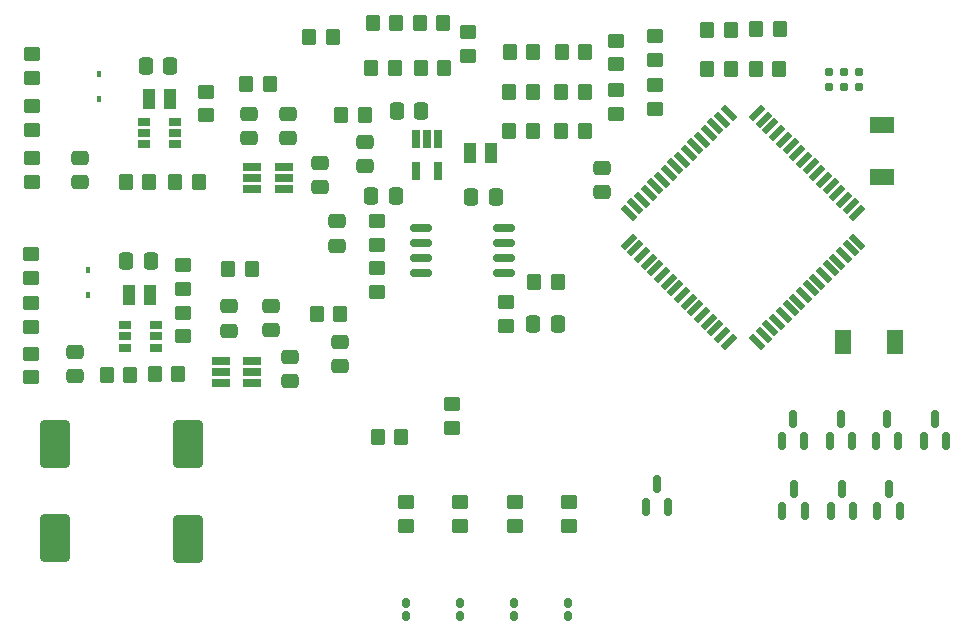
<source format=gbr>
%TF.GenerationSoftware,KiCad,Pcbnew,(6.0.10)*%
%TF.CreationDate,2023-01-06T10:16:34+00:00*%
%TF.ProjectId,test_board_boost,74657374-5f62-46f6-9172-645f626f6f73,rev?*%
%TF.SameCoordinates,Original*%
%TF.FileFunction,Paste,Top*%
%TF.FilePolarity,Positive*%
%FSLAX46Y46*%
G04 Gerber Fmt 4.6, Leading zero omitted, Abs format (unit mm)*
G04 Created by KiCad (PCBNEW (6.0.10)) date 2023-01-06 10:16:34*
%MOMM*%
%LPD*%
G01*
G04 APERTURE LIST*
G04 Aperture macros list*
%AMRoundRect*
0 Rectangle with rounded corners*
0 $1 Rounding radius*
0 $2 $3 $4 $5 $6 $7 $8 $9 X,Y pos of 4 corners*
0 Add a 4 corners polygon primitive as box body*
4,1,4,$2,$3,$4,$5,$6,$7,$8,$9,$2,$3,0*
0 Add four circle primitives for the rounded corners*
1,1,$1+$1,$2,$3*
1,1,$1+$1,$4,$5*
1,1,$1+$1,$6,$7*
1,1,$1+$1,$8,$9*
0 Add four rect primitives between the rounded corners*
20,1,$1+$1,$2,$3,$4,$5,0*
20,1,$1+$1,$4,$5,$6,$7,0*
20,1,$1+$1,$6,$7,$8,$9,0*
20,1,$1+$1,$8,$9,$2,$3,0*%
%AMRotRect*
0 Rectangle, with rotation*
0 The origin of the aperture is its center*
0 $1 length*
0 $2 width*
0 $3 Rotation angle, in degrees counterclockwise*
0 Add horizontal line*
21,1,$1,$2,0,0,$3*%
G04 Aperture macros list end*
%ADD10RoundRect,0.250000X-0.350000X-0.450000X0.350000X-0.450000X0.350000X0.450000X-0.350000X0.450000X0*%
%ADD11RoundRect,0.250000X0.450000X-0.350000X0.450000X0.350000X-0.450000X0.350000X-0.450000X-0.350000X0*%
%ADD12RoundRect,0.250000X-0.450000X0.350000X-0.450000X-0.350000X0.450000X-0.350000X0.450000X0.350000X0*%
%ADD13RoundRect,0.250000X0.337500X0.475000X-0.337500X0.475000X-0.337500X-0.475000X0.337500X-0.475000X0*%
%ADD14RoundRect,0.150000X0.150000X-0.587500X0.150000X0.587500X-0.150000X0.587500X-0.150000X-0.587500X0*%
%ADD15RoundRect,0.160000X0.160000X-0.222500X0.160000X0.222500X-0.160000X0.222500X-0.160000X-0.222500X0*%
%ADD16R,1.560000X0.650000*%
%ADD17RoundRect,0.250000X-0.337500X-0.475000X0.337500X-0.475000X0.337500X0.475000X-0.337500X0.475000X0*%
%ADD18RoundRect,0.250000X-0.475000X0.337500X-0.475000X-0.337500X0.475000X-0.337500X0.475000X0.337500X0*%
%ADD19RoundRect,0.250000X-1.000000X1.750000X-1.000000X-1.750000X1.000000X-1.750000X1.000000X1.750000X0*%
%ADD20R,0.450000X0.600000*%
%ADD21R,2.100000X1.400000*%
%ADD22R,1.020000X1.780000*%
%ADD23R,1.400000X2.100000*%
%ADD24RoundRect,0.250000X0.475000X-0.337500X0.475000X0.337500X-0.475000X0.337500X-0.475000X-0.337500X0*%
%ADD25R,0.650000X1.560000*%
%ADD26R,0.990000X0.690000*%
%ADD27RoundRect,0.150000X-0.800000X-0.150000X0.800000X-0.150000X0.800000X0.150000X-0.800000X0.150000X0*%
%ADD28C,0.787000*%
%ADD29RotRect,1.500000X0.550000X45.000000*%
%ADD30RotRect,1.500000X0.550000X315.000000*%
%ADD31RoundRect,0.250000X0.350000X0.450000X-0.350000X0.450000X-0.350000X-0.450000X0.350000X-0.450000X0*%
G04 APERTURE END LIST*
D10*
%TO.C,R34*%
X151405000Y-70910000D03*
X149405000Y-70910000D03*
%TD*%
D11*
%TO.C,R22*%
X121435000Y-83850000D03*
X121435000Y-85850000D03*
%TD*%
D12*
%TO.C,R39*%
X141665000Y-74710000D03*
X141665000Y-72710000D03*
%TD*%
D13*
%TO.C,C2*%
X101887500Y-70700000D03*
X103962500Y-70700000D03*
%TD*%
D10*
%TO.C,R9*%
X100555000Y-96822500D03*
X98555000Y-96822500D03*
%TD*%
D14*
%TO.C,D10*%
X165575000Y-102457500D03*
X163675000Y-102457500D03*
X164625000Y-100582500D03*
%TD*%
D12*
%TO.C,R11*%
X92215000Y-76110000D03*
X92215000Y-74110000D03*
%TD*%
D11*
%TO.C,R21*%
X132385000Y-90680000D03*
X132385000Y-92680000D03*
%TD*%
D10*
%TO.C,R44*%
X134665000Y-76230000D03*
X132665000Y-76230000D03*
%TD*%
%TO.C,R40*%
X134685000Y-69480000D03*
X132685000Y-69480000D03*
%TD*%
D12*
%TO.C,R7*%
X92195000Y-92767500D03*
X92195000Y-90767500D03*
%TD*%
D15*
%TO.C,D4*%
X133058333Y-116137500D03*
X133058333Y-117282500D03*
%TD*%
D14*
%TO.C,D13*%
X157675000Y-108357500D03*
X155775000Y-108357500D03*
X156725000Y-106482500D03*
%TD*%
%TO.C,D11*%
X161775000Y-108357500D03*
X159875000Y-108357500D03*
X160825000Y-106482500D03*
%TD*%
D10*
%TO.C,R14*%
X112375000Y-72180000D03*
X110375000Y-72180000D03*
%TD*%
D14*
%TO.C,D14*%
X157645000Y-102437500D03*
X155745000Y-102437500D03*
X156695000Y-100562500D03*
%TD*%
%TO.C,D9*%
X169625000Y-102457500D03*
X167725000Y-102457500D03*
X168675000Y-100582500D03*
%TD*%
D16*
%TO.C,U5*%
X110905000Y-95622500D03*
X110905000Y-96572500D03*
X110905000Y-97522500D03*
X108205000Y-97522500D03*
X108205000Y-96572500D03*
X108205000Y-95622500D03*
%TD*%
D12*
%TO.C,R36*%
X144965000Y-70170000D03*
X144965000Y-68170000D03*
%TD*%
%TO.C,R52*%
X133125000Y-109620000D03*
X133125000Y-107620000D03*
%TD*%
D14*
%TO.C,D8*%
X165725000Y-108387500D03*
X163825000Y-108387500D03*
X164775000Y-106512500D03*
%TD*%
D17*
%TO.C,C17*%
X136762500Y-92500000D03*
X134687500Y-92500000D03*
%TD*%
D18*
%TO.C,C6*%
X108955000Y-93120000D03*
X108955000Y-91045000D03*
%TD*%
D19*
%TO.C,C13*%
X94175000Y-110670000D03*
X94175000Y-102670000D03*
%TD*%
D20*
%TO.C,D1*%
X96985000Y-90042500D03*
X96985000Y-87942500D03*
%TD*%
D18*
%TO.C,C3*%
X95915000Y-96970000D03*
X95915000Y-94895000D03*
%TD*%
D11*
%TO.C,R20*%
X121425000Y-87830000D03*
X121425000Y-89830000D03*
%TD*%
D13*
%TO.C,C1*%
X100207500Y-87232500D03*
X102282500Y-87232500D03*
%TD*%
D10*
%TO.C,R50*%
X122965000Y-70840000D03*
X120965000Y-70840000D03*
%TD*%
%TO.C,R43*%
X139065000Y-72880000D03*
X137065000Y-72880000D03*
%TD*%
D12*
%TO.C,R54*%
X123875000Y-109620000D03*
X123875000Y-107620000D03*
%TD*%
D21*
%TO.C,D17*%
X164225000Y-80070000D03*
X164225000Y-75670000D03*
%TD*%
D22*
%TO.C,L2*%
X102145000Y-73440000D03*
X103925000Y-73440000D03*
%TD*%
D12*
%TO.C,R37*%
X144965000Y-74320000D03*
X144965000Y-72320000D03*
%TD*%
D23*
%TO.C,D15*%
X165325000Y-94070000D03*
X160925000Y-94070000D03*
%TD*%
D18*
%TO.C,C7*%
X110635000Y-76817500D03*
X110635000Y-74742500D03*
%TD*%
D10*
%TO.C,R23*%
X136745000Y-89000000D03*
X134745000Y-89000000D03*
%TD*%
D18*
%TO.C,C10*%
X116605000Y-80957500D03*
X116605000Y-78882500D03*
%TD*%
D11*
%TO.C,R17*%
X127810000Y-99330000D03*
X127810000Y-101330000D03*
%TD*%
D24*
%TO.C,C14*%
X120435000Y-77112500D03*
X120435000Y-79187500D03*
%TD*%
D10*
%TO.C,R15*%
X110875000Y-87852500D03*
X108875000Y-87852500D03*
%TD*%
%TO.C,R16*%
X123525000Y-102070000D03*
X121525000Y-102070000D03*
%TD*%
D14*
%TO.C,D12*%
X161675000Y-102457500D03*
X159775000Y-102457500D03*
X160725000Y-100582500D03*
%TD*%
D10*
%TO.C,R19*%
X118345000Y-91652500D03*
X116345000Y-91652500D03*
%TD*%
D20*
%TO.C,D2*%
X97905000Y-73470000D03*
X97905000Y-71370000D03*
%TD*%
D10*
%TO.C,R32*%
X151405000Y-67600000D03*
X149405000Y-67600000D03*
%TD*%
%TO.C,R35*%
X155515000Y-70920000D03*
X153515000Y-70920000D03*
%TD*%
%TO.C,R51*%
X127165000Y-70840000D03*
X125165000Y-70840000D03*
%TD*%
D14*
%TO.C,D3*%
X146095000Y-107987500D03*
X144195000Y-107987500D03*
X145145000Y-106112500D03*
%TD*%
D18*
%TO.C,C11*%
X114075000Y-97390000D03*
X114075000Y-95315000D03*
%TD*%
D25*
%TO.C,U6*%
X126625000Y-79570000D03*
X124725000Y-79570000D03*
X124725000Y-76870000D03*
X125675000Y-76870000D03*
X126625000Y-76870000D03*
%TD*%
D26*
%TO.C,U2*%
X104330000Y-75430000D03*
X104330000Y-76380000D03*
X104330000Y-77330000D03*
X101740000Y-77330000D03*
X101740000Y-76380000D03*
X101740000Y-75430000D03*
%TD*%
D13*
%TO.C,C5*%
X129447500Y-81780000D03*
X131522500Y-81780000D03*
%TD*%
D27*
%TO.C,U3*%
X132165000Y-84405000D03*
X132165000Y-85675000D03*
X132165000Y-86945000D03*
X132165000Y-88215000D03*
X125165000Y-88215000D03*
X125165000Y-86945000D03*
X125165000Y-85675000D03*
X125165000Y-84405000D03*
%TD*%
D12*
%TO.C,R6*%
X92195000Y-88637500D03*
X92195000Y-86637500D03*
%TD*%
D10*
%TO.C,R47*%
X127065000Y-67080000D03*
X125065000Y-67080000D03*
%TD*%
D15*
%TO.C,D16*%
X123891667Y-116137500D03*
X123891667Y-117282500D03*
%TD*%
D16*
%TO.C,U4*%
X113605000Y-79240000D03*
X113605000Y-80190000D03*
X113605000Y-81140000D03*
X110905000Y-81140000D03*
X110905000Y-80190000D03*
X110905000Y-79240000D03*
%TD*%
D10*
%TO.C,R46*%
X117715000Y-68270000D03*
X115715000Y-68270000D03*
%TD*%
D28*
%TO.C,J13*%
X159680000Y-72495000D03*
X159680000Y-71225000D03*
X160950000Y-72495000D03*
X160950000Y-71225000D03*
X162220000Y-72495000D03*
X162220000Y-71225000D03*
%TD*%
D12*
%TO.C,R1*%
X105055000Y-89532500D03*
X105055000Y-87532500D03*
%TD*%
D15*
%TO.C,D5*%
X137641667Y-116137500D03*
X137641667Y-117282500D03*
%TD*%
D18*
%TO.C,C9*%
X112455000Y-93080000D03*
X112455000Y-91005000D03*
%TD*%
D10*
%TO.C,R13*%
X102165000Y-80530000D03*
X100165000Y-80530000D03*
%TD*%
D18*
%TO.C,C4*%
X96325000Y-80527500D03*
X96325000Y-78452500D03*
%TD*%
D13*
%TO.C,C19*%
X120950000Y-81660000D03*
X123025000Y-81660000D03*
%TD*%
D12*
%TO.C,R10*%
X92205000Y-71680000D03*
X92205000Y-69680000D03*
%TD*%
%TO.C,R8*%
X92195000Y-97037500D03*
X92195000Y-95037500D03*
%TD*%
D24*
%TO.C,C15*%
X118355000Y-94035000D03*
X118355000Y-96110000D03*
%TD*%
D29*
%TO.C,U7*%
X153637082Y-74662637D03*
X154202767Y-75228323D03*
X154768452Y-75794008D03*
X155334138Y-76359693D03*
X155899823Y-76925379D03*
X156465509Y-77491064D03*
X157031194Y-78056750D03*
X157596880Y-78622435D03*
X158162565Y-79188120D03*
X158728250Y-79753806D03*
X159293936Y-80319491D03*
X159859621Y-80885177D03*
X160425307Y-81450862D03*
X160990992Y-82016548D03*
X161556677Y-82582233D03*
X162122363Y-83147918D03*
D30*
X162122363Y-85552082D03*
X161556677Y-86117767D03*
X160990992Y-86683452D03*
X160425307Y-87249138D03*
X159859621Y-87814823D03*
X159293936Y-88380509D03*
X158728250Y-88946194D03*
X158162565Y-89511880D03*
X157596880Y-90077565D03*
X157031194Y-90643250D03*
X156465509Y-91208936D03*
X155899823Y-91774621D03*
X155334138Y-92340307D03*
X154768452Y-92905992D03*
X154202767Y-93471677D03*
X153637082Y-94037363D03*
D29*
X151232918Y-94037363D03*
X150667233Y-93471677D03*
X150101548Y-92905992D03*
X149535862Y-92340307D03*
X148970177Y-91774621D03*
X148404491Y-91208936D03*
X147838806Y-90643250D03*
X147273120Y-90077565D03*
X146707435Y-89511880D03*
X146141750Y-88946194D03*
X145576064Y-88380509D03*
X145010379Y-87814823D03*
X144444693Y-87249138D03*
X143879008Y-86683452D03*
X143313323Y-86117767D03*
X142747637Y-85552082D03*
D30*
X142747637Y-83147918D03*
X143313323Y-82582233D03*
X143879008Y-82016548D03*
X144444693Y-81450862D03*
X145010379Y-80885177D03*
X145576064Y-80319491D03*
X146141750Y-79753806D03*
X146707435Y-79188120D03*
X147273120Y-78622435D03*
X147838806Y-78056750D03*
X148404491Y-77491064D03*
X148970177Y-76925379D03*
X149535862Y-76359693D03*
X150101548Y-75794008D03*
X150667233Y-75228323D03*
X151232918Y-74662637D03*
%TD*%
D31*
%TO.C,R3*%
X102625000Y-96770000D03*
X104625000Y-96770000D03*
%TD*%
D10*
%TO.C,R18*%
X120435000Y-74850000D03*
X118435000Y-74850000D03*
%TD*%
%TO.C,R41*%
X139085000Y-69520000D03*
X137085000Y-69520000D03*
%TD*%
D22*
%TO.C,L1*%
X100495000Y-90042500D03*
X102275000Y-90042500D03*
%TD*%
D15*
%TO.C,D18*%
X128475000Y-116137500D03*
X128475000Y-117282500D03*
%TD*%
D10*
%TO.C,R42*%
X134665000Y-72870000D03*
X132665000Y-72870000D03*
%TD*%
%TO.C,R45*%
X139055000Y-76230000D03*
X137055000Y-76230000D03*
%TD*%
D26*
%TO.C,U1*%
X102710000Y-92632500D03*
X102710000Y-93582500D03*
X102710000Y-94532500D03*
X100120000Y-94532500D03*
X100120000Y-93582500D03*
X100120000Y-92632500D03*
%TD*%
D18*
%TO.C,C8*%
X113955000Y-76787500D03*
X113955000Y-74712500D03*
%TD*%
D10*
%TO.C,R33*%
X155535000Y-67580000D03*
X153535000Y-67580000D03*
%TD*%
D12*
%TO.C,R2*%
X105065000Y-93572500D03*
X105065000Y-91572500D03*
%TD*%
%TO.C,R55*%
X128475000Y-109620000D03*
X128475000Y-107620000D03*
%TD*%
D24*
%TO.C,C16*%
X118035000Y-83812500D03*
X118035000Y-85887500D03*
%TD*%
D31*
%TO.C,R5*%
X104365000Y-80530000D03*
X106365000Y-80530000D03*
%TD*%
D22*
%TO.C,L3*%
X131075000Y-78020000D03*
X129295000Y-78020000D03*
%TD*%
D17*
%TO.C,C18*%
X125192500Y-74500000D03*
X123117500Y-74500000D03*
%TD*%
D12*
%TO.C,R53*%
X137675000Y-109620000D03*
X137675000Y-107620000D03*
%TD*%
%TO.C,R12*%
X92235000Y-80500000D03*
X92235000Y-78500000D03*
%TD*%
%TO.C,R38*%
X141665000Y-70560000D03*
X141665000Y-68560000D03*
%TD*%
%TO.C,R48*%
X129195000Y-69840000D03*
X129195000Y-67840000D03*
%TD*%
D19*
%TO.C,C12*%
X105475000Y-110720000D03*
X105475000Y-102720000D03*
%TD*%
D24*
%TO.C,C21*%
X140485000Y-79292500D03*
X140485000Y-81367500D03*
%TD*%
D31*
%TO.C,R49*%
X121095000Y-67070000D03*
X123095000Y-67070000D03*
%TD*%
D12*
%TO.C,R4*%
X106965000Y-74870000D03*
X106965000Y-72870000D03*
%TD*%
M02*

</source>
